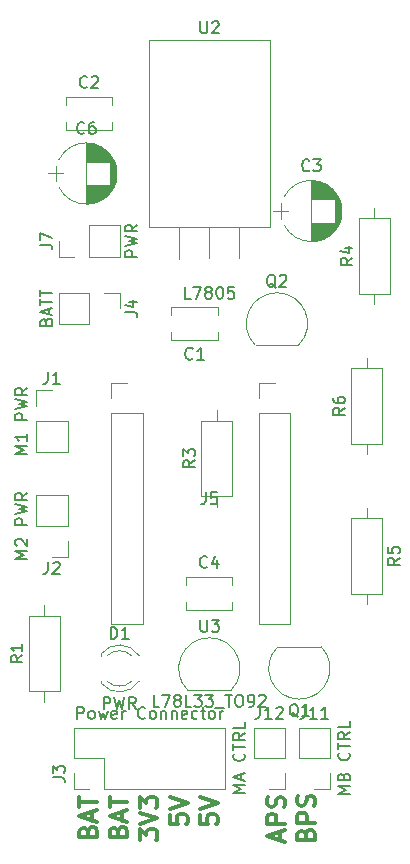
<source format=gbr>
G04 #@! TF.FileFunction,Legend,Top*
%FSLAX46Y46*%
G04 Gerber Fmt 4.6, Leading zero omitted, Abs format (unit mm)*
G04 Created by KiCad (PCBNEW 4.0.7) date 04/16/18 12:29:13*
%MOMM*%
%LPD*%
G01*
G04 APERTURE LIST*
%ADD10C,0.100000*%
%ADD11C,0.300000*%
%ADD12C,0.120000*%
%ADD13C,0.150000*%
G04 APERTURE END LIST*
D10*
D11*
X119625000Y-97706428D02*
X119625000Y-96992142D01*
X120053571Y-97849285D02*
X118553571Y-97349285D01*
X120053571Y-96849285D01*
X120053571Y-96349285D02*
X118553571Y-96349285D01*
X118553571Y-95777857D01*
X118625000Y-95634999D01*
X118696429Y-95563571D01*
X118839286Y-95492142D01*
X119053571Y-95492142D01*
X119196429Y-95563571D01*
X119267857Y-95634999D01*
X119339286Y-95777857D01*
X119339286Y-96349285D01*
X119982143Y-94920714D02*
X120053571Y-94706428D01*
X120053571Y-94349285D01*
X119982143Y-94206428D01*
X119910714Y-94134999D01*
X119767857Y-94063571D01*
X119625000Y-94063571D01*
X119482143Y-94134999D01*
X119410714Y-94206428D01*
X119339286Y-94349285D01*
X119267857Y-94634999D01*
X119196429Y-94777857D01*
X119125000Y-94849285D01*
X118982143Y-94920714D01*
X118839286Y-94920714D01*
X118696429Y-94849285D01*
X118625000Y-94777857D01*
X118553571Y-94634999D01*
X118553571Y-94277857D01*
X118625000Y-94063571D01*
X121817857Y-97242142D02*
X121889286Y-97027856D01*
X121960714Y-96956428D01*
X122103571Y-96884999D01*
X122317857Y-96884999D01*
X122460714Y-96956428D01*
X122532143Y-97027856D01*
X122603571Y-97170714D01*
X122603571Y-97742142D01*
X121103571Y-97742142D01*
X121103571Y-97242142D01*
X121175000Y-97099285D01*
X121246429Y-97027856D01*
X121389286Y-96956428D01*
X121532143Y-96956428D01*
X121675000Y-97027856D01*
X121746429Y-97099285D01*
X121817857Y-97242142D01*
X121817857Y-97742142D01*
X122603571Y-96242142D02*
X121103571Y-96242142D01*
X121103571Y-95670714D01*
X121175000Y-95527856D01*
X121246429Y-95456428D01*
X121389286Y-95384999D01*
X121603571Y-95384999D01*
X121746429Y-95456428D01*
X121817857Y-95527856D01*
X121889286Y-95670714D01*
X121889286Y-96242142D01*
X122532143Y-94813571D02*
X122603571Y-94599285D01*
X122603571Y-94242142D01*
X122532143Y-94099285D01*
X122460714Y-94027856D01*
X122317857Y-93956428D01*
X122175000Y-93956428D01*
X122032143Y-94027856D01*
X121960714Y-94099285D01*
X121889286Y-94242142D01*
X121817857Y-94527856D01*
X121746429Y-94670714D01*
X121675000Y-94742142D01*
X121532143Y-94813571D01*
X121389286Y-94813571D01*
X121246429Y-94742142D01*
X121175000Y-94670714D01*
X121103571Y-94527856D01*
X121103571Y-94170714D01*
X121175000Y-93956428D01*
X103377857Y-96992142D02*
X103449286Y-96777856D01*
X103520714Y-96706428D01*
X103663571Y-96634999D01*
X103877857Y-96634999D01*
X104020714Y-96706428D01*
X104092143Y-96777856D01*
X104163571Y-96920714D01*
X104163571Y-97492142D01*
X102663571Y-97492142D01*
X102663571Y-96992142D01*
X102735000Y-96849285D01*
X102806429Y-96777856D01*
X102949286Y-96706428D01*
X103092143Y-96706428D01*
X103235000Y-96777856D01*
X103306429Y-96849285D01*
X103377857Y-96992142D01*
X103377857Y-97492142D01*
X103735000Y-96063571D02*
X103735000Y-95349285D01*
X104163571Y-96206428D02*
X102663571Y-95706428D01*
X104163571Y-95206428D01*
X102663571Y-94920714D02*
X102663571Y-94063571D01*
X104163571Y-94492142D02*
X102663571Y-94492142D01*
X105927857Y-96992142D02*
X105999286Y-96777856D01*
X106070714Y-96706428D01*
X106213571Y-96634999D01*
X106427857Y-96634999D01*
X106570714Y-96706428D01*
X106642143Y-96777856D01*
X106713571Y-96920714D01*
X106713571Y-97492142D01*
X105213571Y-97492142D01*
X105213571Y-96992142D01*
X105285000Y-96849285D01*
X105356429Y-96777856D01*
X105499286Y-96706428D01*
X105642143Y-96706428D01*
X105785000Y-96777856D01*
X105856429Y-96849285D01*
X105927857Y-96992142D01*
X105927857Y-97492142D01*
X106285000Y-96063571D02*
X106285000Y-95349285D01*
X106713571Y-96206428D02*
X105213571Y-95706428D01*
X106713571Y-95206428D01*
X105213571Y-94920714D02*
X105213571Y-94063571D01*
X106713571Y-94492142D02*
X105213571Y-94492142D01*
X107763571Y-97742142D02*
X107763571Y-96813571D01*
X108335000Y-97313571D01*
X108335000Y-97099285D01*
X108406429Y-96956428D01*
X108477857Y-96884999D01*
X108620714Y-96813571D01*
X108977857Y-96813571D01*
X109120714Y-96884999D01*
X109192143Y-96956428D01*
X109263571Y-97099285D01*
X109263571Y-97527857D01*
X109192143Y-97670714D01*
X109120714Y-97742142D01*
X107763571Y-96385000D02*
X109263571Y-95885000D01*
X107763571Y-95385000D01*
X107763571Y-95027857D02*
X107763571Y-94099286D01*
X108335000Y-94599286D01*
X108335000Y-94385000D01*
X108406429Y-94242143D01*
X108477857Y-94170714D01*
X108620714Y-94099286D01*
X108977857Y-94099286D01*
X109120714Y-94170714D01*
X109192143Y-94242143D01*
X109263571Y-94385000D01*
X109263571Y-94813572D01*
X109192143Y-94956429D01*
X109120714Y-95027857D01*
X110313571Y-95599285D02*
X110313571Y-96313571D01*
X111027857Y-96385000D01*
X110956429Y-96313571D01*
X110885000Y-96170714D01*
X110885000Y-95813571D01*
X110956429Y-95670714D01*
X111027857Y-95599285D01*
X111170714Y-95527857D01*
X111527857Y-95527857D01*
X111670714Y-95599285D01*
X111742143Y-95670714D01*
X111813571Y-95813571D01*
X111813571Y-96170714D01*
X111742143Y-96313571D01*
X111670714Y-96385000D01*
X110313571Y-95099286D02*
X111813571Y-94599286D01*
X110313571Y-94099286D01*
X112863571Y-95599285D02*
X112863571Y-96313571D01*
X113577857Y-96385000D01*
X113506429Y-96313571D01*
X113435000Y-96170714D01*
X113435000Y-95813571D01*
X113506429Y-95670714D01*
X113577857Y-95599285D01*
X113720714Y-95527857D01*
X114077857Y-95527857D01*
X114220714Y-95599285D01*
X114292143Y-95670714D01*
X114363571Y-95813571D01*
X114363571Y-96170714D01*
X114292143Y-96313571D01*
X114220714Y-96385000D01*
X112863571Y-95099286D02*
X114363571Y-94599286D01*
X112863571Y-94099286D01*
D12*
X111685000Y-75475000D02*
X115605000Y-75475000D01*
X111685000Y-78195000D02*
X115605000Y-78195000D01*
X111685000Y-75475000D02*
X111685000Y-76085000D01*
X111685000Y-77585000D02*
X111685000Y-78195000D01*
X115605000Y-75475000D02*
X115605000Y-76085000D01*
X115605000Y-77585000D02*
X115605000Y-78195000D01*
X99000000Y-64830000D02*
X101660000Y-64830000D01*
X99000000Y-62230000D02*
X99000000Y-64830000D01*
X101660000Y-62230000D02*
X101660000Y-64830000D01*
X99000000Y-62230000D02*
X101660000Y-62230000D01*
X99000000Y-60960000D02*
X99000000Y-59630000D01*
X99000000Y-59630000D02*
X100330000Y-59630000D01*
X101660000Y-68520000D02*
X99000000Y-68520000D01*
X101660000Y-71120000D02*
X101660000Y-68520000D01*
X99000000Y-71120000D02*
X99000000Y-68520000D01*
X101660000Y-71120000D02*
X99000000Y-71120000D01*
X101660000Y-72390000D02*
X101660000Y-73720000D01*
X101660000Y-73720000D02*
X100330000Y-73720000D01*
X108545000Y-45840000D02*
X118785000Y-45840000D01*
X108545000Y-29950000D02*
X118785000Y-29950000D01*
X108545000Y-29950000D02*
X108545000Y-45840000D01*
X118785000Y-29950000D02*
X118785000Y-45840000D01*
X111125000Y-45840000D02*
X111125000Y-48480000D01*
X113665000Y-45840000D02*
X113665000Y-48464000D01*
X116205000Y-45840000D02*
X116205000Y-48464000D01*
X111865000Y-85035000D02*
X115465000Y-85035000D01*
X111826522Y-85023478D02*
G75*
G02X113665000Y-80585000I1838478J1838478D01*
G01*
X115503478Y-85023478D02*
G75*
G03X113665000Y-80585000I-1838478J1838478D01*
G01*
X105540722Y-40095277D02*
G75*
G03X100929420Y-40095000I-2305722J-1179723D01*
G01*
X105540722Y-42454723D02*
G75*
G02X100929420Y-42455000I-2305722J1179723D01*
G01*
X105540722Y-42454723D02*
G75*
G03X105540580Y-40095000I-2305722J1179723D01*
G01*
X103235000Y-38725000D02*
X103235000Y-43825000D01*
X103275000Y-38725000D02*
X103275000Y-40295000D01*
X103275000Y-42255000D02*
X103275000Y-43825000D01*
X103315000Y-38726000D02*
X103315000Y-40295000D01*
X103315000Y-42255000D02*
X103315000Y-43824000D01*
X103355000Y-38727000D02*
X103355000Y-40295000D01*
X103355000Y-42255000D02*
X103355000Y-43823000D01*
X103395000Y-38729000D02*
X103395000Y-40295000D01*
X103395000Y-42255000D02*
X103395000Y-43821000D01*
X103435000Y-38732000D02*
X103435000Y-40295000D01*
X103435000Y-42255000D02*
X103435000Y-43818000D01*
X103475000Y-38736000D02*
X103475000Y-40295000D01*
X103475000Y-42255000D02*
X103475000Y-43814000D01*
X103515000Y-38740000D02*
X103515000Y-40295000D01*
X103515000Y-42255000D02*
X103515000Y-43810000D01*
X103555000Y-38744000D02*
X103555000Y-40295000D01*
X103555000Y-42255000D02*
X103555000Y-43806000D01*
X103595000Y-38750000D02*
X103595000Y-40295000D01*
X103595000Y-42255000D02*
X103595000Y-43800000D01*
X103635000Y-38756000D02*
X103635000Y-40295000D01*
X103635000Y-42255000D02*
X103635000Y-43794000D01*
X103675000Y-38762000D02*
X103675000Y-40295000D01*
X103675000Y-42255000D02*
X103675000Y-43788000D01*
X103715000Y-38769000D02*
X103715000Y-40295000D01*
X103715000Y-42255000D02*
X103715000Y-43781000D01*
X103755000Y-38777000D02*
X103755000Y-40295000D01*
X103755000Y-42255000D02*
X103755000Y-43773000D01*
X103795000Y-38786000D02*
X103795000Y-40295000D01*
X103795000Y-42255000D02*
X103795000Y-43764000D01*
X103835000Y-38795000D02*
X103835000Y-40295000D01*
X103835000Y-42255000D02*
X103835000Y-43755000D01*
X103875000Y-38805000D02*
X103875000Y-40295000D01*
X103875000Y-42255000D02*
X103875000Y-43745000D01*
X103915000Y-38815000D02*
X103915000Y-40295000D01*
X103915000Y-42255000D02*
X103915000Y-43735000D01*
X103956000Y-38827000D02*
X103956000Y-40295000D01*
X103956000Y-42255000D02*
X103956000Y-43723000D01*
X103996000Y-38839000D02*
X103996000Y-40295000D01*
X103996000Y-42255000D02*
X103996000Y-43711000D01*
X104036000Y-38851000D02*
X104036000Y-40295000D01*
X104036000Y-42255000D02*
X104036000Y-43699000D01*
X104076000Y-38865000D02*
X104076000Y-40295000D01*
X104076000Y-42255000D02*
X104076000Y-43685000D01*
X104116000Y-38879000D02*
X104116000Y-40295000D01*
X104116000Y-42255000D02*
X104116000Y-43671000D01*
X104156000Y-38893000D02*
X104156000Y-40295000D01*
X104156000Y-42255000D02*
X104156000Y-43657000D01*
X104196000Y-38909000D02*
X104196000Y-40295000D01*
X104196000Y-42255000D02*
X104196000Y-43641000D01*
X104236000Y-38925000D02*
X104236000Y-40295000D01*
X104236000Y-42255000D02*
X104236000Y-43625000D01*
X104276000Y-38942000D02*
X104276000Y-40295000D01*
X104276000Y-42255000D02*
X104276000Y-43608000D01*
X104316000Y-38960000D02*
X104316000Y-40295000D01*
X104316000Y-42255000D02*
X104316000Y-43590000D01*
X104356000Y-38979000D02*
X104356000Y-40295000D01*
X104356000Y-42255000D02*
X104356000Y-43571000D01*
X104396000Y-38999000D02*
X104396000Y-40295000D01*
X104396000Y-42255000D02*
X104396000Y-43551000D01*
X104436000Y-39019000D02*
X104436000Y-40295000D01*
X104436000Y-42255000D02*
X104436000Y-43531000D01*
X104476000Y-39041000D02*
X104476000Y-40295000D01*
X104476000Y-42255000D02*
X104476000Y-43509000D01*
X104516000Y-39063000D02*
X104516000Y-40295000D01*
X104516000Y-42255000D02*
X104516000Y-43487000D01*
X104556000Y-39086000D02*
X104556000Y-40295000D01*
X104556000Y-42255000D02*
X104556000Y-43464000D01*
X104596000Y-39110000D02*
X104596000Y-40295000D01*
X104596000Y-42255000D02*
X104596000Y-43440000D01*
X104636000Y-39135000D02*
X104636000Y-40295000D01*
X104636000Y-42255000D02*
X104636000Y-43415000D01*
X104676000Y-39162000D02*
X104676000Y-40295000D01*
X104676000Y-42255000D02*
X104676000Y-43388000D01*
X104716000Y-39189000D02*
X104716000Y-40295000D01*
X104716000Y-42255000D02*
X104716000Y-43361000D01*
X104756000Y-39217000D02*
X104756000Y-40295000D01*
X104756000Y-42255000D02*
X104756000Y-43333000D01*
X104796000Y-39247000D02*
X104796000Y-40295000D01*
X104796000Y-42255000D02*
X104796000Y-43303000D01*
X104836000Y-39278000D02*
X104836000Y-40295000D01*
X104836000Y-42255000D02*
X104836000Y-43272000D01*
X104876000Y-39310000D02*
X104876000Y-40295000D01*
X104876000Y-42255000D02*
X104876000Y-43240000D01*
X104916000Y-39343000D02*
X104916000Y-40295000D01*
X104916000Y-42255000D02*
X104916000Y-43207000D01*
X104956000Y-39378000D02*
X104956000Y-40295000D01*
X104956000Y-42255000D02*
X104956000Y-43172000D01*
X104996000Y-39414000D02*
X104996000Y-40295000D01*
X104996000Y-42255000D02*
X104996000Y-43136000D01*
X105036000Y-39452000D02*
X105036000Y-40295000D01*
X105036000Y-42255000D02*
X105036000Y-43098000D01*
X105076000Y-39492000D02*
X105076000Y-40295000D01*
X105076000Y-42255000D02*
X105076000Y-43058000D01*
X105116000Y-39533000D02*
X105116000Y-40295000D01*
X105116000Y-42255000D02*
X105116000Y-43017000D01*
X105156000Y-39576000D02*
X105156000Y-40295000D01*
X105156000Y-42255000D02*
X105156000Y-42974000D01*
X105196000Y-39621000D02*
X105196000Y-40295000D01*
X105196000Y-42255000D02*
X105196000Y-42929000D01*
X105236000Y-39669000D02*
X105236000Y-42881000D01*
X105276000Y-39719000D02*
X105276000Y-42831000D01*
X105316000Y-39771000D02*
X105316000Y-42779000D01*
X105356000Y-39827000D02*
X105356000Y-42723000D01*
X105396000Y-39885000D02*
X105396000Y-42665000D01*
X105436000Y-39948000D02*
X105436000Y-42602000D01*
X105476000Y-40014000D02*
X105476000Y-42536000D01*
X105516000Y-40086000D02*
X105516000Y-42464000D01*
X105556000Y-40163000D02*
X105556000Y-42387000D01*
X105596000Y-40247000D02*
X105596000Y-42303000D01*
X105636000Y-40341000D02*
X105636000Y-42209000D01*
X105676000Y-40446000D02*
X105676000Y-42104000D01*
X105716000Y-40568000D02*
X105716000Y-41982000D01*
X105756000Y-40716000D02*
X105756000Y-41834000D01*
X105796000Y-40921000D02*
X105796000Y-41629000D01*
X100035000Y-41275000D02*
X101235000Y-41275000D01*
X100635000Y-40625000D02*
X100635000Y-41925000D01*
X107717335Y-82106392D02*
G75*
G03X104485000Y-81949484I-1672335J-1078608D01*
G01*
X107717335Y-84263608D02*
G75*
G02X104485000Y-84420516I-1672335J1078608D01*
G01*
X107086130Y-82105163D02*
G75*
G03X105004039Y-82105000I-1041130J-1079837D01*
G01*
X107086130Y-84264837D02*
G75*
G02X105004039Y-84265000I-1041130J1079837D01*
G01*
X104485000Y-81949000D02*
X104485000Y-82105000D01*
X104485000Y-84265000D02*
X104485000Y-84421000D01*
X123885000Y-88205000D02*
X121225000Y-88205000D01*
X123885000Y-90805000D02*
X123885000Y-88205000D01*
X121225000Y-90805000D02*
X121225000Y-88205000D01*
X123885000Y-90805000D02*
X121225000Y-90805000D01*
X123885000Y-92075000D02*
X123885000Y-93405000D01*
X123885000Y-93405000D02*
X122555000Y-93405000D01*
X120075000Y-88205000D02*
X117415000Y-88205000D01*
X120075000Y-90805000D02*
X120075000Y-88205000D01*
X117415000Y-90805000D02*
X117415000Y-88205000D01*
X120075000Y-90805000D02*
X117415000Y-90805000D01*
X120075000Y-92075000D02*
X120075000Y-93405000D01*
X120075000Y-93405000D02*
X118745000Y-93405000D01*
X114375000Y-55335000D02*
X110455000Y-55335000D01*
X114375000Y-52615000D02*
X110455000Y-52615000D01*
X114375000Y-55335000D02*
X114375000Y-54725000D01*
X114375000Y-53225000D02*
X114375000Y-52615000D01*
X110455000Y-55335000D02*
X110455000Y-54725000D01*
X110455000Y-53225000D02*
X110455000Y-52615000D01*
X101525000Y-34835000D02*
X105445000Y-34835000D01*
X101525000Y-37555000D02*
X105445000Y-37555000D01*
X101525000Y-34835000D02*
X101525000Y-35445000D01*
X101525000Y-36945000D02*
X101525000Y-37555000D01*
X105445000Y-34835000D02*
X105445000Y-35445000D01*
X105445000Y-36945000D02*
X105445000Y-37555000D01*
X124590722Y-43270277D02*
G75*
G03X119979420Y-43270000I-2305722J-1179723D01*
G01*
X124590722Y-45629723D02*
G75*
G02X119979420Y-45630000I-2305722J1179723D01*
G01*
X124590722Y-45629723D02*
G75*
G03X124590580Y-43270000I-2305722J1179723D01*
G01*
X122285000Y-41900000D02*
X122285000Y-47000000D01*
X122325000Y-41900000D02*
X122325000Y-43470000D01*
X122325000Y-45430000D02*
X122325000Y-47000000D01*
X122365000Y-41901000D02*
X122365000Y-43470000D01*
X122365000Y-45430000D02*
X122365000Y-46999000D01*
X122405000Y-41902000D02*
X122405000Y-43470000D01*
X122405000Y-45430000D02*
X122405000Y-46998000D01*
X122445000Y-41904000D02*
X122445000Y-43470000D01*
X122445000Y-45430000D02*
X122445000Y-46996000D01*
X122485000Y-41907000D02*
X122485000Y-43470000D01*
X122485000Y-45430000D02*
X122485000Y-46993000D01*
X122525000Y-41911000D02*
X122525000Y-43470000D01*
X122525000Y-45430000D02*
X122525000Y-46989000D01*
X122565000Y-41915000D02*
X122565000Y-43470000D01*
X122565000Y-45430000D02*
X122565000Y-46985000D01*
X122605000Y-41919000D02*
X122605000Y-43470000D01*
X122605000Y-45430000D02*
X122605000Y-46981000D01*
X122645000Y-41925000D02*
X122645000Y-43470000D01*
X122645000Y-45430000D02*
X122645000Y-46975000D01*
X122685000Y-41931000D02*
X122685000Y-43470000D01*
X122685000Y-45430000D02*
X122685000Y-46969000D01*
X122725000Y-41937000D02*
X122725000Y-43470000D01*
X122725000Y-45430000D02*
X122725000Y-46963000D01*
X122765000Y-41944000D02*
X122765000Y-43470000D01*
X122765000Y-45430000D02*
X122765000Y-46956000D01*
X122805000Y-41952000D02*
X122805000Y-43470000D01*
X122805000Y-45430000D02*
X122805000Y-46948000D01*
X122845000Y-41961000D02*
X122845000Y-43470000D01*
X122845000Y-45430000D02*
X122845000Y-46939000D01*
X122885000Y-41970000D02*
X122885000Y-43470000D01*
X122885000Y-45430000D02*
X122885000Y-46930000D01*
X122925000Y-41980000D02*
X122925000Y-43470000D01*
X122925000Y-45430000D02*
X122925000Y-46920000D01*
X122965000Y-41990000D02*
X122965000Y-43470000D01*
X122965000Y-45430000D02*
X122965000Y-46910000D01*
X123006000Y-42002000D02*
X123006000Y-43470000D01*
X123006000Y-45430000D02*
X123006000Y-46898000D01*
X123046000Y-42014000D02*
X123046000Y-43470000D01*
X123046000Y-45430000D02*
X123046000Y-46886000D01*
X123086000Y-42026000D02*
X123086000Y-43470000D01*
X123086000Y-45430000D02*
X123086000Y-46874000D01*
X123126000Y-42040000D02*
X123126000Y-43470000D01*
X123126000Y-45430000D02*
X123126000Y-46860000D01*
X123166000Y-42054000D02*
X123166000Y-43470000D01*
X123166000Y-45430000D02*
X123166000Y-46846000D01*
X123206000Y-42068000D02*
X123206000Y-43470000D01*
X123206000Y-45430000D02*
X123206000Y-46832000D01*
X123246000Y-42084000D02*
X123246000Y-43470000D01*
X123246000Y-45430000D02*
X123246000Y-46816000D01*
X123286000Y-42100000D02*
X123286000Y-43470000D01*
X123286000Y-45430000D02*
X123286000Y-46800000D01*
X123326000Y-42117000D02*
X123326000Y-43470000D01*
X123326000Y-45430000D02*
X123326000Y-46783000D01*
X123366000Y-42135000D02*
X123366000Y-43470000D01*
X123366000Y-45430000D02*
X123366000Y-46765000D01*
X123406000Y-42154000D02*
X123406000Y-43470000D01*
X123406000Y-45430000D02*
X123406000Y-46746000D01*
X123446000Y-42174000D02*
X123446000Y-43470000D01*
X123446000Y-45430000D02*
X123446000Y-46726000D01*
X123486000Y-42194000D02*
X123486000Y-43470000D01*
X123486000Y-45430000D02*
X123486000Y-46706000D01*
X123526000Y-42216000D02*
X123526000Y-43470000D01*
X123526000Y-45430000D02*
X123526000Y-46684000D01*
X123566000Y-42238000D02*
X123566000Y-43470000D01*
X123566000Y-45430000D02*
X123566000Y-46662000D01*
X123606000Y-42261000D02*
X123606000Y-43470000D01*
X123606000Y-45430000D02*
X123606000Y-46639000D01*
X123646000Y-42285000D02*
X123646000Y-43470000D01*
X123646000Y-45430000D02*
X123646000Y-46615000D01*
X123686000Y-42310000D02*
X123686000Y-43470000D01*
X123686000Y-45430000D02*
X123686000Y-46590000D01*
X123726000Y-42337000D02*
X123726000Y-43470000D01*
X123726000Y-45430000D02*
X123726000Y-46563000D01*
X123766000Y-42364000D02*
X123766000Y-43470000D01*
X123766000Y-45430000D02*
X123766000Y-46536000D01*
X123806000Y-42392000D02*
X123806000Y-43470000D01*
X123806000Y-45430000D02*
X123806000Y-46508000D01*
X123846000Y-42422000D02*
X123846000Y-43470000D01*
X123846000Y-45430000D02*
X123846000Y-46478000D01*
X123886000Y-42453000D02*
X123886000Y-43470000D01*
X123886000Y-45430000D02*
X123886000Y-46447000D01*
X123926000Y-42485000D02*
X123926000Y-43470000D01*
X123926000Y-45430000D02*
X123926000Y-46415000D01*
X123966000Y-42518000D02*
X123966000Y-43470000D01*
X123966000Y-45430000D02*
X123966000Y-46382000D01*
X124006000Y-42553000D02*
X124006000Y-43470000D01*
X124006000Y-45430000D02*
X124006000Y-46347000D01*
X124046000Y-42589000D02*
X124046000Y-43470000D01*
X124046000Y-45430000D02*
X124046000Y-46311000D01*
X124086000Y-42627000D02*
X124086000Y-43470000D01*
X124086000Y-45430000D02*
X124086000Y-46273000D01*
X124126000Y-42667000D02*
X124126000Y-43470000D01*
X124126000Y-45430000D02*
X124126000Y-46233000D01*
X124166000Y-42708000D02*
X124166000Y-43470000D01*
X124166000Y-45430000D02*
X124166000Y-46192000D01*
X124206000Y-42751000D02*
X124206000Y-43470000D01*
X124206000Y-45430000D02*
X124206000Y-46149000D01*
X124246000Y-42796000D02*
X124246000Y-43470000D01*
X124246000Y-45430000D02*
X124246000Y-46104000D01*
X124286000Y-42844000D02*
X124286000Y-46056000D01*
X124326000Y-42894000D02*
X124326000Y-46006000D01*
X124366000Y-42946000D02*
X124366000Y-45954000D01*
X124406000Y-43002000D02*
X124406000Y-45898000D01*
X124446000Y-43060000D02*
X124446000Y-45840000D01*
X124486000Y-43123000D02*
X124486000Y-45777000D01*
X124526000Y-43189000D02*
X124526000Y-45711000D01*
X124566000Y-43261000D02*
X124566000Y-45639000D01*
X124606000Y-43338000D02*
X124606000Y-45562000D01*
X124646000Y-43422000D02*
X124646000Y-45478000D01*
X124686000Y-43516000D02*
X124686000Y-45384000D01*
X124726000Y-43621000D02*
X124726000Y-45279000D01*
X124766000Y-43743000D02*
X124766000Y-45157000D01*
X124806000Y-43891000D02*
X124806000Y-45009000D01*
X124846000Y-44096000D02*
X124846000Y-44804000D01*
X119085000Y-44450000D02*
X120285000Y-44450000D01*
X119685000Y-43800000D02*
X119685000Y-45100000D01*
X114995000Y-93405000D02*
X114995000Y-88205000D01*
X104775000Y-93405000D02*
X114995000Y-93405000D01*
X102175000Y-88205000D02*
X114995000Y-88205000D01*
X104775000Y-93405000D02*
X104775000Y-90805000D01*
X104775000Y-90805000D02*
X102175000Y-90805000D01*
X102175000Y-90805000D02*
X102175000Y-88205000D01*
X103505000Y-93405000D02*
X102175000Y-93405000D01*
X102175000Y-93405000D02*
X102175000Y-92075000D01*
X100905000Y-51375000D02*
X100905000Y-54035000D01*
X103505000Y-51375000D02*
X100905000Y-51375000D01*
X103505000Y-54035000D02*
X100905000Y-54035000D01*
X103505000Y-51375000D02*
X103505000Y-54035000D01*
X104775000Y-51375000D02*
X106105000Y-51375000D01*
X106105000Y-51375000D02*
X106105000Y-52705000D01*
X123085000Y-81335000D02*
X119485000Y-81335000D01*
X123123478Y-81346522D02*
G75*
G02X121285000Y-85785000I-1838478J-1838478D01*
G01*
X119446522Y-81346522D02*
G75*
G03X121285000Y-85785000I1838478J-1838478D01*
G01*
X117580000Y-55825000D02*
X121180000Y-55825000D01*
X117541522Y-55813478D02*
G75*
G02X119380000Y-51375000I1838478J1838478D01*
G01*
X121218478Y-55813478D02*
G75*
G03X119380000Y-51375000I-1838478J1838478D01*
G01*
X106105000Y-48320000D02*
X106105000Y-45660000D01*
X103505000Y-48320000D02*
X106105000Y-48320000D01*
X103505000Y-45660000D02*
X106105000Y-45660000D01*
X103505000Y-48320000D02*
X103505000Y-45660000D01*
X102235000Y-48320000D02*
X100905000Y-48320000D01*
X100905000Y-48320000D02*
X100905000Y-46990000D01*
X117850000Y-58995000D02*
X119180000Y-58995000D01*
X117850000Y-60325000D02*
X117850000Y-58995000D01*
X120510000Y-61595000D02*
X117850000Y-61595000D01*
X120510000Y-79435000D02*
X120510000Y-61595000D01*
X117850000Y-79435000D02*
X120510000Y-79435000D01*
X117850000Y-61595000D02*
X117850000Y-79435000D01*
X105350000Y-61595000D02*
X105350000Y-79435000D01*
X105350000Y-79435000D02*
X108010000Y-79435000D01*
X108010000Y-79435000D02*
X108010000Y-61595000D01*
X108010000Y-61595000D02*
X105350000Y-61595000D01*
X105350000Y-60325000D02*
X105350000Y-58995000D01*
X105350000Y-58995000D02*
X106680000Y-58995000D01*
X98385000Y-85125000D02*
X101005000Y-85125000D01*
X101005000Y-85125000D02*
X101005000Y-78705000D01*
X101005000Y-78705000D02*
X98385000Y-78705000D01*
X98385000Y-78705000D02*
X98385000Y-85125000D01*
X99695000Y-86015000D02*
X99695000Y-85125000D01*
X99695000Y-77815000D02*
X99695000Y-78705000D01*
X112990000Y-68615000D02*
X115610000Y-68615000D01*
X115610000Y-68615000D02*
X115610000Y-62195000D01*
X115610000Y-62195000D02*
X112990000Y-62195000D01*
X112990000Y-62195000D02*
X112990000Y-68615000D01*
X114300000Y-69505000D02*
X114300000Y-68615000D01*
X114300000Y-61305000D02*
X114300000Y-62195000D01*
X126325000Y-51470000D02*
X128945000Y-51470000D01*
X128945000Y-51470000D02*
X128945000Y-45050000D01*
X128945000Y-45050000D02*
X126325000Y-45050000D01*
X126325000Y-45050000D02*
X126325000Y-51470000D01*
X127635000Y-52360000D02*
X127635000Y-51470000D01*
X127635000Y-44160000D02*
X127635000Y-45050000D01*
X128310000Y-70450000D02*
X125690000Y-70450000D01*
X125690000Y-70450000D02*
X125690000Y-76870000D01*
X125690000Y-76870000D02*
X128310000Y-76870000D01*
X128310000Y-76870000D02*
X128310000Y-70450000D01*
X127000000Y-69560000D02*
X127000000Y-70450000D01*
X127000000Y-77760000D02*
X127000000Y-76870000D01*
X125690000Y-64170000D02*
X128310000Y-64170000D01*
X128310000Y-64170000D02*
X128310000Y-57750000D01*
X128310000Y-57750000D02*
X125690000Y-57750000D01*
X125690000Y-57750000D02*
X125690000Y-64170000D01*
X127000000Y-65060000D02*
X127000000Y-64170000D01*
X127000000Y-56860000D02*
X127000000Y-57750000D01*
D13*
X113478334Y-74582143D02*
X113430715Y-74629762D01*
X113287858Y-74677381D01*
X113192620Y-74677381D01*
X113049762Y-74629762D01*
X112954524Y-74534524D01*
X112906905Y-74439286D01*
X112859286Y-74248810D01*
X112859286Y-74105952D01*
X112906905Y-73915476D01*
X112954524Y-73820238D01*
X113049762Y-73725000D01*
X113192620Y-73677381D01*
X113287858Y-73677381D01*
X113430715Y-73725000D01*
X113478334Y-73772619D01*
X114335477Y-74010714D02*
X114335477Y-74677381D01*
X114097381Y-73629762D02*
X113859286Y-74344048D01*
X114478334Y-74344048D01*
X99996667Y-58082381D02*
X99996667Y-58796667D01*
X99949047Y-58939524D01*
X99853809Y-59034762D01*
X99710952Y-59082381D01*
X99615714Y-59082381D01*
X100996667Y-59082381D02*
X100425238Y-59082381D01*
X100710952Y-59082381D02*
X100710952Y-58082381D01*
X100615714Y-58225238D01*
X100520476Y-58320476D01*
X100425238Y-58368095D01*
X98242381Y-64991905D02*
X97242381Y-64991905D01*
X97956667Y-64658571D01*
X97242381Y-64325238D01*
X98242381Y-64325238D01*
X98242381Y-63325238D02*
X98242381Y-63896667D01*
X98242381Y-63610953D02*
X97242381Y-63610953D01*
X97385238Y-63706191D01*
X97480476Y-63801429D01*
X97528095Y-63896667D01*
X98242381Y-62134762D02*
X97242381Y-62134762D01*
X97242381Y-61753809D01*
X97290000Y-61658571D01*
X97337619Y-61610952D01*
X97432857Y-61563333D01*
X97575714Y-61563333D01*
X97670952Y-61610952D01*
X97718571Y-61658571D01*
X97766190Y-61753809D01*
X97766190Y-62134762D01*
X97242381Y-61230000D02*
X98242381Y-60991905D01*
X97528095Y-60801428D01*
X98242381Y-60610952D01*
X97242381Y-60372857D01*
X98242381Y-59420476D02*
X97766190Y-59753810D01*
X98242381Y-59991905D02*
X97242381Y-59991905D01*
X97242381Y-59610952D01*
X97290000Y-59515714D01*
X97337619Y-59468095D01*
X97432857Y-59420476D01*
X97575714Y-59420476D01*
X97670952Y-59468095D01*
X97718571Y-59515714D01*
X97766190Y-59610952D01*
X97766190Y-59991905D01*
X99996667Y-74172381D02*
X99996667Y-74886667D01*
X99949047Y-75029524D01*
X99853809Y-75124762D01*
X99710952Y-75172381D01*
X99615714Y-75172381D01*
X100425238Y-74267619D02*
X100472857Y-74220000D01*
X100568095Y-74172381D01*
X100806191Y-74172381D01*
X100901429Y-74220000D01*
X100949048Y-74267619D01*
X100996667Y-74362857D01*
X100996667Y-74458095D01*
X100949048Y-74600952D01*
X100377619Y-75172381D01*
X100996667Y-75172381D01*
X98242381Y-73881905D02*
X97242381Y-73881905D01*
X97956667Y-73548571D01*
X97242381Y-73215238D01*
X98242381Y-73215238D01*
X97337619Y-72786667D02*
X97290000Y-72739048D01*
X97242381Y-72643810D01*
X97242381Y-72405714D01*
X97290000Y-72310476D01*
X97337619Y-72262857D01*
X97432857Y-72215238D01*
X97528095Y-72215238D01*
X97670952Y-72262857D01*
X98242381Y-72834286D01*
X98242381Y-72215238D01*
X98242381Y-71024762D02*
X97242381Y-71024762D01*
X97242381Y-70643809D01*
X97290000Y-70548571D01*
X97337619Y-70500952D01*
X97432857Y-70453333D01*
X97575714Y-70453333D01*
X97670952Y-70500952D01*
X97718571Y-70548571D01*
X97766190Y-70643809D01*
X97766190Y-71024762D01*
X97242381Y-70120000D02*
X98242381Y-69881905D01*
X97528095Y-69691428D01*
X98242381Y-69500952D01*
X97242381Y-69262857D01*
X98242381Y-68310476D02*
X97766190Y-68643810D01*
X98242381Y-68881905D02*
X97242381Y-68881905D01*
X97242381Y-68500952D01*
X97290000Y-68405714D01*
X97337619Y-68358095D01*
X97432857Y-68310476D01*
X97575714Y-68310476D01*
X97670952Y-68358095D01*
X97718571Y-68405714D01*
X97766190Y-68500952D01*
X97766190Y-68881905D01*
X112903095Y-28402381D02*
X112903095Y-29211905D01*
X112950714Y-29307143D01*
X112998333Y-29354762D01*
X113093571Y-29402381D01*
X113284048Y-29402381D01*
X113379286Y-29354762D01*
X113426905Y-29307143D01*
X113474524Y-29211905D01*
X113474524Y-28402381D01*
X113903095Y-28497619D02*
X113950714Y-28450000D01*
X114045952Y-28402381D01*
X114284048Y-28402381D01*
X114379286Y-28450000D01*
X114426905Y-28497619D01*
X114474524Y-28592857D01*
X114474524Y-28688095D01*
X114426905Y-28830952D01*
X113855476Y-29402381D01*
X114474524Y-29402381D01*
X112069762Y-51882381D02*
X111593571Y-51882381D01*
X111593571Y-50882381D01*
X112307857Y-50882381D02*
X112974524Y-50882381D01*
X112545952Y-51882381D01*
X113498333Y-51310952D02*
X113403095Y-51263333D01*
X113355476Y-51215714D01*
X113307857Y-51120476D01*
X113307857Y-51072857D01*
X113355476Y-50977619D01*
X113403095Y-50930000D01*
X113498333Y-50882381D01*
X113688810Y-50882381D01*
X113784048Y-50930000D01*
X113831667Y-50977619D01*
X113879286Y-51072857D01*
X113879286Y-51120476D01*
X113831667Y-51215714D01*
X113784048Y-51263333D01*
X113688810Y-51310952D01*
X113498333Y-51310952D01*
X113403095Y-51358571D01*
X113355476Y-51406190D01*
X113307857Y-51501429D01*
X113307857Y-51691905D01*
X113355476Y-51787143D01*
X113403095Y-51834762D01*
X113498333Y-51882381D01*
X113688810Y-51882381D01*
X113784048Y-51834762D01*
X113831667Y-51787143D01*
X113879286Y-51691905D01*
X113879286Y-51501429D01*
X113831667Y-51406190D01*
X113784048Y-51358571D01*
X113688810Y-51310952D01*
X114498333Y-50882381D02*
X114593572Y-50882381D01*
X114688810Y-50930000D01*
X114736429Y-50977619D01*
X114784048Y-51072857D01*
X114831667Y-51263333D01*
X114831667Y-51501429D01*
X114784048Y-51691905D01*
X114736429Y-51787143D01*
X114688810Y-51834762D01*
X114593572Y-51882381D01*
X114498333Y-51882381D01*
X114403095Y-51834762D01*
X114355476Y-51787143D01*
X114307857Y-51691905D01*
X114260238Y-51501429D01*
X114260238Y-51263333D01*
X114307857Y-51072857D01*
X114355476Y-50977619D01*
X114403095Y-50930000D01*
X114498333Y-50882381D01*
X115736429Y-50882381D02*
X115260238Y-50882381D01*
X115212619Y-51358571D01*
X115260238Y-51310952D01*
X115355476Y-51263333D01*
X115593572Y-51263333D01*
X115688810Y-51310952D01*
X115736429Y-51358571D01*
X115784048Y-51453810D01*
X115784048Y-51691905D01*
X115736429Y-51787143D01*
X115688810Y-51834762D01*
X115593572Y-51882381D01*
X115355476Y-51882381D01*
X115260238Y-51834762D01*
X115212619Y-51787143D01*
X112903095Y-79077381D02*
X112903095Y-79886905D01*
X112950714Y-79982143D01*
X112998333Y-80029762D01*
X113093571Y-80077381D01*
X113284048Y-80077381D01*
X113379286Y-80029762D01*
X113426905Y-79982143D01*
X113474524Y-79886905D01*
X113474524Y-79077381D01*
X113855476Y-79077381D02*
X114474524Y-79077381D01*
X114141190Y-79458333D01*
X114284048Y-79458333D01*
X114379286Y-79505952D01*
X114426905Y-79553571D01*
X114474524Y-79648810D01*
X114474524Y-79886905D01*
X114426905Y-79982143D01*
X114379286Y-80029762D01*
X114284048Y-80077381D01*
X113998333Y-80077381D01*
X113903095Y-80029762D01*
X113855476Y-79982143D01*
X109426905Y-86427381D02*
X108950714Y-86427381D01*
X108950714Y-85427381D01*
X109665000Y-85427381D02*
X110331667Y-85427381D01*
X109903095Y-86427381D01*
X110855476Y-85855952D02*
X110760238Y-85808333D01*
X110712619Y-85760714D01*
X110665000Y-85665476D01*
X110665000Y-85617857D01*
X110712619Y-85522619D01*
X110760238Y-85475000D01*
X110855476Y-85427381D01*
X111045953Y-85427381D01*
X111141191Y-85475000D01*
X111188810Y-85522619D01*
X111236429Y-85617857D01*
X111236429Y-85665476D01*
X111188810Y-85760714D01*
X111141191Y-85808333D01*
X111045953Y-85855952D01*
X110855476Y-85855952D01*
X110760238Y-85903571D01*
X110712619Y-85951190D01*
X110665000Y-86046429D01*
X110665000Y-86236905D01*
X110712619Y-86332143D01*
X110760238Y-86379762D01*
X110855476Y-86427381D01*
X111045953Y-86427381D01*
X111141191Y-86379762D01*
X111188810Y-86332143D01*
X111236429Y-86236905D01*
X111236429Y-86046429D01*
X111188810Y-85951190D01*
X111141191Y-85903571D01*
X111045953Y-85855952D01*
X112141191Y-86427381D02*
X111665000Y-86427381D01*
X111665000Y-85427381D01*
X112379286Y-85427381D02*
X112998334Y-85427381D01*
X112665000Y-85808333D01*
X112807858Y-85808333D01*
X112903096Y-85855952D01*
X112950715Y-85903571D01*
X112998334Y-85998810D01*
X112998334Y-86236905D01*
X112950715Y-86332143D01*
X112903096Y-86379762D01*
X112807858Y-86427381D01*
X112522143Y-86427381D01*
X112426905Y-86379762D01*
X112379286Y-86332143D01*
X113331667Y-85427381D02*
X113950715Y-85427381D01*
X113617381Y-85808333D01*
X113760239Y-85808333D01*
X113855477Y-85855952D01*
X113903096Y-85903571D01*
X113950715Y-85998810D01*
X113950715Y-86236905D01*
X113903096Y-86332143D01*
X113855477Y-86379762D01*
X113760239Y-86427381D01*
X113474524Y-86427381D01*
X113379286Y-86379762D01*
X113331667Y-86332143D01*
X114141191Y-86522619D02*
X114903096Y-86522619D01*
X114998334Y-85427381D02*
X115569763Y-85427381D01*
X115284048Y-86427381D02*
X115284048Y-85427381D01*
X116093572Y-85427381D02*
X116284049Y-85427381D01*
X116379287Y-85475000D01*
X116474525Y-85570238D01*
X116522144Y-85760714D01*
X116522144Y-86094048D01*
X116474525Y-86284524D01*
X116379287Y-86379762D01*
X116284049Y-86427381D01*
X116093572Y-86427381D01*
X115998334Y-86379762D01*
X115903096Y-86284524D01*
X115855477Y-86094048D01*
X115855477Y-85760714D01*
X115903096Y-85570238D01*
X115998334Y-85475000D01*
X116093572Y-85427381D01*
X116998334Y-86427381D02*
X117188810Y-86427381D01*
X117284049Y-86379762D01*
X117331668Y-86332143D01*
X117426906Y-86189286D01*
X117474525Y-85998810D01*
X117474525Y-85617857D01*
X117426906Y-85522619D01*
X117379287Y-85475000D01*
X117284049Y-85427381D01*
X117093572Y-85427381D01*
X116998334Y-85475000D01*
X116950715Y-85522619D01*
X116903096Y-85617857D01*
X116903096Y-85855952D01*
X116950715Y-85951190D01*
X116998334Y-85998810D01*
X117093572Y-86046429D01*
X117284049Y-86046429D01*
X117379287Y-85998810D01*
X117426906Y-85951190D01*
X117474525Y-85855952D01*
X117855477Y-85522619D02*
X117903096Y-85475000D01*
X117998334Y-85427381D01*
X118236430Y-85427381D01*
X118331668Y-85475000D01*
X118379287Y-85522619D01*
X118426906Y-85617857D01*
X118426906Y-85713095D01*
X118379287Y-85855952D01*
X117807858Y-86427381D01*
X118426906Y-86427381D01*
X103068334Y-37822143D02*
X103020715Y-37869762D01*
X102877858Y-37917381D01*
X102782620Y-37917381D01*
X102639762Y-37869762D01*
X102544524Y-37774524D01*
X102496905Y-37679286D01*
X102449286Y-37488810D01*
X102449286Y-37345952D01*
X102496905Y-37155476D01*
X102544524Y-37060238D01*
X102639762Y-36965000D01*
X102782620Y-36917381D01*
X102877858Y-36917381D01*
X103020715Y-36965000D01*
X103068334Y-37012619D01*
X103925477Y-36917381D02*
X103735000Y-36917381D01*
X103639762Y-36965000D01*
X103592143Y-37012619D01*
X103496905Y-37155476D01*
X103449286Y-37345952D01*
X103449286Y-37726905D01*
X103496905Y-37822143D01*
X103544524Y-37869762D01*
X103639762Y-37917381D01*
X103830239Y-37917381D01*
X103925477Y-37869762D01*
X103973096Y-37822143D01*
X104020715Y-37726905D01*
X104020715Y-37488810D01*
X103973096Y-37393571D01*
X103925477Y-37345952D01*
X103830239Y-37298333D01*
X103639762Y-37298333D01*
X103544524Y-37345952D01*
X103496905Y-37393571D01*
X103449286Y-37488810D01*
X105306905Y-80677381D02*
X105306905Y-79677381D01*
X105545000Y-79677381D01*
X105687858Y-79725000D01*
X105783096Y-79820238D01*
X105830715Y-79915476D01*
X105878334Y-80105952D01*
X105878334Y-80248810D01*
X105830715Y-80439286D01*
X105783096Y-80534524D01*
X105687858Y-80629762D01*
X105545000Y-80677381D01*
X105306905Y-80677381D01*
X106830715Y-80677381D02*
X106259286Y-80677381D01*
X106545000Y-80677381D02*
X106545000Y-79677381D01*
X106449762Y-79820238D01*
X106354524Y-79915476D01*
X106259286Y-79963095D01*
X104711667Y-86597381D02*
X104711667Y-85597381D01*
X105092620Y-85597381D01*
X105187858Y-85645000D01*
X105235477Y-85692619D01*
X105283096Y-85787857D01*
X105283096Y-85930714D01*
X105235477Y-86025952D01*
X105187858Y-86073571D01*
X105092620Y-86121190D01*
X104711667Y-86121190D01*
X105616429Y-85597381D02*
X105854524Y-86597381D01*
X106045001Y-85883095D01*
X106235477Y-86597381D01*
X106473572Y-85597381D01*
X107425953Y-86597381D02*
X107092619Y-86121190D01*
X106854524Y-86597381D02*
X106854524Y-85597381D01*
X107235477Y-85597381D01*
X107330715Y-85645000D01*
X107378334Y-85692619D01*
X107425953Y-85787857D01*
X107425953Y-85930714D01*
X107378334Y-86025952D01*
X107330715Y-86073571D01*
X107235477Y-86121190D01*
X106854524Y-86121190D01*
X121745477Y-86447381D02*
X121745477Y-87161667D01*
X121697857Y-87304524D01*
X121602619Y-87399762D01*
X121459762Y-87447381D01*
X121364524Y-87447381D01*
X122745477Y-87447381D02*
X122174048Y-87447381D01*
X122459762Y-87447381D02*
X122459762Y-86447381D01*
X122364524Y-86590238D01*
X122269286Y-86685476D01*
X122174048Y-86733095D01*
X123697858Y-87447381D02*
X123126429Y-87447381D01*
X123412143Y-87447381D02*
X123412143Y-86447381D01*
X123316905Y-86590238D01*
X123221667Y-86685476D01*
X123126429Y-86733095D01*
X125547381Y-93805000D02*
X124547381Y-93805000D01*
X125261667Y-93471666D01*
X124547381Y-93138333D01*
X125547381Y-93138333D01*
X125023571Y-92328809D02*
X125071190Y-92185952D01*
X125118810Y-92138333D01*
X125214048Y-92090714D01*
X125356905Y-92090714D01*
X125452143Y-92138333D01*
X125499762Y-92185952D01*
X125547381Y-92281190D01*
X125547381Y-92662143D01*
X124547381Y-92662143D01*
X124547381Y-92328809D01*
X124595000Y-92233571D01*
X124642619Y-92185952D01*
X124737857Y-92138333D01*
X124833095Y-92138333D01*
X124928333Y-92185952D01*
X124975952Y-92233571D01*
X125023571Y-92328809D01*
X125023571Y-92662143D01*
X125452143Y-90328809D02*
X125499762Y-90376428D01*
X125547381Y-90519285D01*
X125547381Y-90614523D01*
X125499762Y-90757381D01*
X125404524Y-90852619D01*
X125309286Y-90900238D01*
X125118810Y-90947857D01*
X124975952Y-90947857D01*
X124785476Y-90900238D01*
X124690238Y-90852619D01*
X124595000Y-90757381D01*
X124547381Y-90614523D01*
X124547381Y-90519285D01*
X124595000Y-90376428D01*
X124642619Y-90328809D01*
X124547381Y-90043095D02*
X124547381Y-89471666D01*
X125547381Y-89757381D02*
X124547381Y-89757381D01*
X125547381Y-88566904D02*
X125071190Y-88900238D01*
X125547381Y-89138333D02*
X124547381Y-89138333D01*
X124547381Y-88757380D01*
X124595000Y-88662142D01*
X124642619Y-88614523D01*
X124737857Y-88566904D01*
X124880714Y-88566904D01*
X124975952Y-88614523D01*
X125023571Y-88662142D01*
X125071190Y-88757380D01*
X125071190Y-89138333D01*
X125547381Y-87662142D02*
X125547381Y-88138333D01*
X124547381Y-88138333D01*
X117935477Y-86447381D02*
X117935477Y-87161667D01*
X117887857Y-87304524D01*
X117792619Y-87399762D01*
X117649762Y-87447381D01*
X117554524Y-87447381D01*
X118935477Y-87447381D02*
X118364048Y-87447381D01*
X118649762Y-87447381D02*
X118649762Y-86447381D01*
X118554524Y-86590238D01*
X118459286Y-86685476D01*
X118364048Y-86733095D01*
X119316429Y-86542619D02*
X119364048Y-86495000D01*
X119459286Y-86447381D01*
X119697382Y-86447381D01*
X119792620Y-86495000D01*
X119840239Y-86542619D01*
X119887858Y-86637857D01*
X119887858Y-86733095D01*
X119840239Y-86875952D01*
X119268810Y-87447381D01*
X119887858Y-87447381D01*
X116657381Y-93733572D02*
X115657381Y-93733572D01*
X116371667Y-93400238D01*
X115657381Y-93066905D01*
X116657381Y-93066905D01*
X116371667Y-92638334D02*
X116371667Y-92162143D01*
X116657381Y-92733572D02*
X115657381Y-92400239D01*
X116657381Y-92066905D01*
X116562143Y-90400238D02*
X116609762Y-90447857D01*
X116657381Y-90590714D01*
X116657381Y-90685952D01*
X116609762Y-90828810D01*
X116514524Y-90924048D01*
X116419286Y-90971667D01*
X116228810Y-91019286D01*
X116085952Y-91019286D01*
X115895476Y-90971667D01*
X115800238Y-90924048D01*
X115705000Y-90828810D01*
X115657381Y-90685952D01*
X115657381Y-90590714D01*
X115705000Y-90447857D01*
X115752619Y-90400238D01*
X115657381Y-90114524D02*
X115657381Y-89543095D01*
X116657381Y-89828810D02*
X115657381Y-89828810D01*
X116657381Y-88638333D02*
X116181190Y-88971667D01*
X116657381Y-89209762D02*
X115657381Y-89209762D01*
X115657381Y-88828809D01*
X115705000Y-88733571D01*
X115752619Y-88685952D01*
X115847857Y-88638333D01*
X115990714Y-88638333D01*
X116085952Y-88685952D01*
X116133571Y-88733571D01*
X116181190Y-88828809D01*
X116181190Y-89209762D01*
X116657381Y-87733571D02*
X116657381Y-88209762D01*
X115657381Y-88209762D01*
X112248334Y-56942143D02*
X112200715Y-56989762D01*
X112057858Y-57037381D01*
X111962620Y-57037381D01*
X111819762Y-56989762D01*
X111724524Y-56894524D01*
X111676905Y-56799286D01*
X111629286Y-56608810D01*
X111629286Y-56465952D01*
X111676905Y-56275476D01*
X111724524Y-56180238D01*
X111819762Y-56085000D01*
X111962620Y-56037381D01*
X112057858Y-56037381D01*
X112200715Y-56085000D01*
X112248334Y-56132619D01*
X113200715Y-57037381D02*
X112629286Y-57037381D01*
X112915000Y-57037381D02*
X112915000Y-56037381D01*
X112819762Y-56180238D01*
X112724524Y-56275476D01*
X112629286Y-56323095D01*
X103318334Y-33942143D02*
X103270715Y-33989762D01*
X103127858Y-34037381D01*
X103032620Y-34037381D01*
X102889762Y-33989762D01*
X102794524Y-33894524D01*
X102746905Y-33799286D01*
X102699286Y-33608810D01*
X102699286Y-33465952D01*
X102746905Y-33275476D01*
X102794524Y-33180238D01*
X102889762Y-33085000D01*
X103032620Y-33037381D01*
X103127858Y-33037381D01*
X103270715Y-33085000D01*
X103318334Y-33132619D01*
X103699286Y-33132619D02*
X103746905Y-33085000D01*
X103842143Y-33037381D01*
X104080239Y-33037381D01*
X104175477Y-33085000D01*
X104223096Y-33132619D01*
X104270715Y-33227857D01*
X104270715Y-33323095D01*
X104223096Y-33465952D01*
X103651667Y-34037381D01*
X104270715Y-34037381D01*
X122118334Y-40997143D02*
X122070715Y-41044762D01*
X121927858Y-41092381D01*
X121832620Y-41092381D01*
X121689762Y-41044762D01*
X121594524Y-40949524D01*
X121546905Y-40854286D01*
X121499286Y-40663810D01*
X121499286Y-40520952D01*
X121546905Y-40330476D01*
X121594524Y-40235238D01*
X121689762Y-40140000D01*
X121832620Y-40092381D01*
X121927858Y-40092381D01*
X122070715Y-40140000D01*
X122118334Y-40187619D01*
X122451667Y-40092381D02*
X123070715Y-40092381D01*
X122737381Y-40473333D01*
X122880239Y-40473333D01*
X122975477Y-40520952D01*
X123023096Y-40568571D01*
X123070715Y-40663810D01*
X123070715Y-40901905D01*
X123023096Y-40997143D01*
X122975477Y-41044762D01*
X122880239Y-41092381D01*
X122594524Y-41092381D01*
X122499286Y-41044762D01*
X122451667Y-40997143D01*
X100417381Y-92408333D02*
X101131667Y-92408333D01*
X101274524Y-92455953D01*
X101369762Y-92551191D01*
X101417381Y-92694048D01*
X101417381Y-92789286D01*
X100417381Y-92027381D02*
X100417381Y-91408333D01*
X100798333Y-91741667D01*
X100798333Y-91598809D01*
X100845952Y-91503571D01*
X100893571Y-91455952D01*
X100988810Y-91408333D01*
X101226905Y-91408333D01*
X101322143Y-91455952D01*
X101369762Y-91503571D01*
X101417381Y-91598809D01*
X101417381Y-91884524D01*
X101369762Y-91979762D01*
X101322143Y-92027381D01*
X102465951Y-87447381D02*
X102465951Y-86447381D01*
X102846904Y-86447381D01*
X102942142Y-86495000D01*
X102989761Y-86542619D01*
X103037380Y-86637857D01*
X103037380Y-86780714D01*
X102989761Y-86875952D01*
X102942142Y-86923571D01*
X102846904Y-86971190D01*
X102465951Y-86971190D01*
X103608808Y-87447381D02*
X103513570Y-87399762D01*
X103465951Y-87352143D01*
X103418332Y-87256905D01*
X103418332Y-86971190D01*
X103465951Y-86875952D01*
X103513570Y-86828333D01*
X103608808Y-86780714D01*
X103751666Y-86780714D01*
X103846904Y-86828333D01*
X103894523Y-86875952D01*
X103942142Y-86971190D01*
X103942142Y-87256905D01*
X103894523Y-87352143D01*
X103846904Y-87399762D01*
X103751666Y-87447381D01*
X103608808Y-87447381D01*
X104275475Y-86780714D02*
X104465951Y-87447381D01*
X104656428Y-86971190D01*
X104846904Y-87447381D01*
X105037380Y-86780714D01*
X105799285Y-87399762D02*
X105704047Y-87447381D01*
X105513570Y-87447381D01*
X105418332Y-87399762D01*
X105370713Y-87304524D01*
X105370713Y-86923571D01*
X105418332Y-86828333D01*
X105513570Y-86780714D01*
X105704047Y-86780714D01*
X105799285Y-86828333D01*
X105846904Y-86923571D01*
X105846904Y-87018810D01*
X105370713Y-87114048D01*
X106275475Y-87447381D02*
X106275475Y-86780714D01*
X106275475Y-86971190D02*
X106323094Y-86875952D01*
X106370713Y-86828333D01*
X106465951Y-86780714D01*
X106561190Y-86780714D01*
X108227857Y-87352143D02*
X108180238Y-87399762D01*
X108037381Y-87447381D01*
X107942143Y-87447381D01*
X107799285Y-87399762D01*
X107704047Y-87304524D01*
X107656428Y-87209286D01*
X107608809Y-87018810D01*
X107608809Y-86875952D01*
X107656428Y-86685476D01*
X107704047Y-86590238D01*
X107799285Y-86495000D01*
X107942143Y-86447381D01*
X108037381Y-86447381D01*
X108180238Y-86495000D01*
X108227857Y-86542619D01*
X108799285Y-87447381D02*
X108704047Y-87399762D01*
X108656428Y-87352143D01*
X108608809Y-87256905D01*
X108608809Y-86971190D01*
X108656428Y-86875952D01*
X108704047Y-86828333D01*
X108799285Y-86780714D01*
X108942143Y-86780714D01*
X109037381Y-86828333D01*
X109085000Y-86875952D01*
X109132619Y-86971190D01*
X109132619Y-87256905D01*
X109085000Y-87352143D01*
X109037381Y-87399762D01*
X108942143Y-87447381D01*
X108799285Y-87447381D01*
X109561190Y-86780714D02*
X109561190Y-87447381D01*
X109561190Y-86875952D02*
X109608809Y-86828333D01*
X109704047Y-86780714D01*
X109846905Y-86780714D01*
X109942143Y-86828333D01*
X109989762Y-86923571D01*
X109989762Y-87447381D01*
X110465952Y-86780714D02*
X110465952Y-87447381D01*
X110465952Y-86875952D02*
X110513571Y-86828333D01*
X110608809Y-86780714D01*
X110751667Y-86780714D01*
X110846905Y-86828333D01*
X110894524Y-86923571D01*
X110894524Y-87447381D01*
X111751667Y-87399762D02*
X111656429Y-87447381D01*
X111465952Y-87447381D01*
X111370714Y-87399762D01*
X111323095Y-87304524D01*
X111323095Y-86923571D01*
X111370714Y-86828333D01*
X111465952Y-86780714D01*
X111656429Y-86780714D01*
X111751667Y-86828333D01*
X111799286Y-86923571D01*
X111799286Y-87018810D01*
X111323095Y-87114048D01*
X112656429Y-87399762D02*
X112561191Y-87447381D01*
X112370714Y-87447381D01*
X112275476Y-87399762D01*
X112227857Y-87352143D01*
X112180238Y-87256905D01*
X112180238Y-86971190D01*
X112227857Y-86875952D01*
X112275476Y-86828333D01*
X112370714Y-86780714D01*
X112561191Y-86780714D01*
X112656429Y-86828333D01*
X112942143Y-86780714D02*
X113323095Y-86780714D01*
X113085000Y-86447381D02*
X113085000Y-87304524D01*
X113132619Y-87399762D01*
X113227857Y-87447381D01*
X113323095Y-87447381D01*
X113799286Y-87447381D02*
X113704048Y-87399762D01*
X113656429Y-87352143D01*
X113608810Y-87256905D01*
X113608810Y-86971190D01*
X113656429Y-86875952D01*
X113704048Y-86828333D01*
X113799286Y-86780714D01*
X113942144Y-86780714D01*
X114037382Y-86828333D01*
X114085001Y-86875952D01*
X114132620Y-86971190D01*
X114132620Y-87256905D01*
X114085001Y-87352143D01*
X114037382Y-87399762D01*
X113942144Y-87447381D01*
X113799286Y-87447381D01*
X114561191Y-87447381D02*
X114561191Y-86780714D01*
X114561191Y-86971190D02*
X114608810Y-86875952D01*
X114656429Y-86828333D01*
X114751667Y-86780714D01*
X114846906Y-86780714D01*
X106557381Y-53038333D02*
X107271667Y-53038333D01*
X107414524Y-53085953D01*
X107509762Y-53181191D01*
X107557381Y-53324048D01*
X107557381Y-53419286D01*
X106890714Y-52133571D02*
X107557381Y-52133571D01*
X106509762Y-52371667D02*
X107224048Y-52609762D01*
X107224048Y-51990714D01*
X99833571Y-53824047D02*
X99881190Y-53681190D01*
X99928810Y-53633571D01*
X100024048Y-53585952D01*
X100166905Y-53585952D01*
X100262143Y-53633571D01*
X100309762Y-53681190D01*
X100357381Y-53776428D01*
X100357381Y-54157381D01*
X99357381Y-54157381D01*
X99357381Y-53824047D01*
X99405000Y-53728809D01*
X99452619Y-53681190D01*
X99547857Y-53633571D01*
X99643095Y-53633571D01*
X99738333Y-53681190D01*
X99785952Y-53728809D01*
X99833571Y-53824047D01*
X99833571Y-54157381D01*
X100071667Y-53205000D02*
X100071667Y-52728809D01*
X100357381Y-53300238D02*
X99357381Y-52966905D01*
X100357381Y-52633571D01*
X99357381Y-52443095D02*
X99357381Y-51871666D01*
X100357381Y-52157381D02*
X99357381Y-52157381D01*
X99357381Y-51681190D02*
X99357381Y-51109761D01*
X100357381Y-51395476D02*
X99357381Y-51395476D01*
X121189762Y-87292619D02*
X121094524Y-87245000D01*
X120999286Y-87149762D01*
X120856429Y-87006905D01*
X120761190Y-86959286D01*
X120665952Y-86959286D01*
X120713571Y-87197381D02*
X120618333Y-87149762D01*
X120523095Y-87054524D01*
X120475476Y-86864048D01*
X120475476Y-86530714D01*
X120523095Y-86340238D01*
X120618333Y-86245000D01*
X120713571Y-86197381D01*
X120904048Y-86197381D01*
X120999286Y-86245000D01*
X121094524Y-86340238D01*
X121142143Y-86530714D01*
X121142143Y-86864048D01*
X121094524Y-87054524D01*
X120999286Y-87149762D01*
X120904048Y-87197381D01*
X120713571Y-87197381D01*
X122094524Y-87197381D02*
X121523095Y-87197381D01*
X121808809Y-87197381D02*
X121808809Y-86197381D01*
X121713571Y-86340238D01*
X121618333Y-86435476D01*
X121523095Y-86483095D01*
X119284762Y-50962619D02*
X119189524Y-50915000D01*
X119094286Y-50819762D01*
X118951429Y-50676905D01*
X118856190Y-50629286D01*
X118760952Y-50629286D01*
X118808571Y-50867381D02*
X118713333Y-50819762D01*
X118618095Y-50724524D01*
X118570476Y-50534048D01*
X118570476Y-50200714D01*
X118618095Y-50010238D01*
X118713333Y-49915000D01*
X118808571Y-49867381D01*
X118999048Y-49867381D01*
X119094286Y-49915000D01*
X119189524Y-50010238D01*
X119237143Y-50200714D01*
X119237143Y-50534048D01*
X119189524Y-50724524D01*
X119094286Y-50819762D01*
X118999048Y-50867381D01*
X118808571Y-50867381D01*
X119618095Y-49962619D02*
X119665714Y-49915000D01*
X119760952Y-49867381D01*
X119999048Y-49867381D01*
X120094286Y-49915000D01*
X120141905Y-49962619D01*
X120189524Y-50057857D01*
X120189524Y-50153095D01*
X120141905Y-50295952D01*
X119570476Y-50867381D01*
X120189524Y-50867381D01*
X99357381Y-47323333D02*
X100071667Y-47323333D01*
X100214524Y-47370953D01*
X100309762Y-47466191D01*
X100357381Y-47609048D01*
X100357381Y-47704286D01*
X99357381Y-46942381D02*
X99357381Y-46275714D01*
X100357381Y-46704286D01*
X107557381Y-48323333D02*
X106557381Y-48323333D01*
X106557381Y-47942380D01*
X106605000Y-47847142D01*
X106652619Y-47799523D01*
X106747857Y-47751904D01*
X106890714Y-47751904D01*
X106985952Y-47799523D01*
X107033571Y-47847142D01*
X107081190Y-47942380D01*
X107081190Y-48323333D01*
X106557381Y-47418571D02*
X107557381Y-47180476D01*
X106843095Y-46989999D01*
X107557381Y-46799523D01*
X106557381Y-46561428D01*
X107557381Y-45609047D02*
X107081190Y-45942381D01*
X107557381Y-46180476D02*
X106557381Y-46180476D01*
X106557381Y-45799523D01*
X106605000Y-45704285D01*
X106652619Y-45656666D01*
X106747857Y-45609047D01*
X106890714Y-45609047D01*
X106985952Y-45656666D01*
X107033571Y-45704285D01*
X107081190Y-45799523D01*
X107081190Y-46180476D01*
X113346667Y-68277381D02*
X113346667Y-68991667D01*
X113299047Y-69134524D01*
X113203809Y-69229762D01*
X113060952Y-69277381D01*
X112965714Y-69277381D01*
X114299048Y-68277381D02*
X113822857Y-68277381D01*
X113775238Y-68753571D01*
X113822857Y-68705952D01*
X113918095Y-68658333D01*
X114156191Y-68658333D01*
X114251429Y-68705952D01*
X114299048Y-68753571D01*
X114346667Y-68848810D01*
X114346667Y-69086905D01*
X114299048Y-69182143D01*
X114251429Y-69229762D01*
X114156191Y-69277381D01*
X113918095Y-69277381D01*
X113822857Y-69229762D01*
X113775238Y-69182143D01*
X97837381Y-82081666D02*
X97361190Y-82415000D01*
X97837381Y-82653095D02*
X96837381Y-82653095D01*
X96837381Y-82272142D01*
X96885000Y-82176904D01*
X96932619Y-82129285D01*
X97027857Y-82081666D01*
X97170714Y-82081666D01*
X97265952Y-82129285D01*
X97313571Y-82176904D01*
X97361190Y-82272142D01*
X97361190Y-82653095D01*
X97837381Y-81129285D02*
X97837381Y-81700714D01*
X97837381Y-81415000D02*
X96837381Y-81415000D01*
X96980238Y-81510238D01*
X97075476Y-81605476D01*
X97123095Y-81700714D01*
X112442381Y-65571666D02*
X111966190Y-65905000D01*
X112442381Y-66143095D02*
X111442381Y-66143095D01*
X111442381Y-65762142D01*
X111490000Y-65666904D01*
X111537619Y-65619285D01*
X111632857Y-65571666D01*
X111775714Y-65571666D01*
X111870952Y-65619285D01*
X111918571Y-65666904D01*
X111966190Y-65762142D01*
X111966190Y-66143095D01*
X111442381Y-65238333D02*
X111442381Y-64619285D01*
X111823333Y-64952619D01*
X111823333Y-64809761D01*
X111870952Y-64714523D01*
X111918571Y-64666904D01*
X112013810Y-64619285D01*
X112251905Y-64619285D01*
X112347143Y-64666904D01*
X112394762Y-64714523D01*
X112442381Y-64809761D01*
X112442381Y-65095476D01*
X112394762Y-65190714D01*
X112347143Y-65238333D01*
X125777381Y-48426666D02*
X125301190Y-48760000D01*
X125777381Y-48998095D02*
X124777381Y-48998095D01*
X124777381Y-48617142D01*
X124825000Y-48521904D01*
X124872619Y-48474285D01*
X124967857Y-48426666D01*
X125110714Y-48426666D01*
X125205952Y-48474285D01*
X125253571Y-48521904D01*
X125301190Y-48617142D01*
X125301190Y-48998095D01*
X125110714Y-47569523D02*
X125777381Y-47569523D01*
X124729762Y-47807619D02*
X125444048Y-48045714D01*
X125444048Y-47426666D01*
X129762381Y-73826666D02*
X129286190Y-74160000D01*
X129762381Y-74398095D02*
X128762381Y-74398095D01*
X128762381Y-74017142D01*
X128810000Y-73921904D01*
X128857619Y-73874285D01*
X128952857Y-73826666D01*
X129095714Y-73826666D01*
X129190952Y-73874285D01*
X129238571Y-73921904D01*
X129286190Y-74017142D01*
X129286190Y-74398095D01*
X128762381Y-72921904D02*
X128762381Y-73398095D01*
X129238571Y-73445714D01*
X129190952Y-73398095D01*
X129143333Y-73302857D01*
X129143333Y-73064761D01*
X129190952Y-72969523D01*
X129238571Y-72921904D01*
X129333810Y-72874285D01*
X129571905Y-72874285D01*
X129667143Y-72921904D01*
X129714762Y-72969523D01*
X129762381Y-73064761D01*
X129762381Y-73302857D01*
X129714762Y-73398095D01*
X129667143Y-73445714D01*
X125142381Y-61126666D02*
X124666190Y-61460000D01*
X125142381Y-61698095D02*
X124142381Y-61698095D01*
X124142381Y-61317142D01*
X124190000Y-61221904D01*
X124237619Y-61174285D01*
X124332857Y-61126666D01*
X124475714Y-61126666D01*
X124570952Y-61174285D01*
X124618571Y-61221904D01*
X124666190Y-61317142D01*
X124666190Y-61698095D01*
X124142381Y-60269523D02*
X124142381Y-60460000D01*
X124190000Y-60555238D01*
X124237619Y-60602857D01*
X124380476Y-60698095D01*
X124570952Y-60745714D01*
X124951905Y-60745714D01*
X125047143Y-60698095D01*
X125094762Y-60650476D01*
X125142381Y-60555238D01*
X125142381Y-60364761D01*
X125094762Y-60269523D01*
X125047143Y-60221904D01*
X124951905Y-60174285D01*
X124713810Y-60174285D01*
X124618571Y-60221904D01*
X124570952Y-60269523D01*
X124523333Y-60364761D01*
X124523333Y-60555238D01*
X124570952Y-60650476D01*
X124618571Y-60698095D01*
X124713810Y-60745714D01*
M02*

</source>
